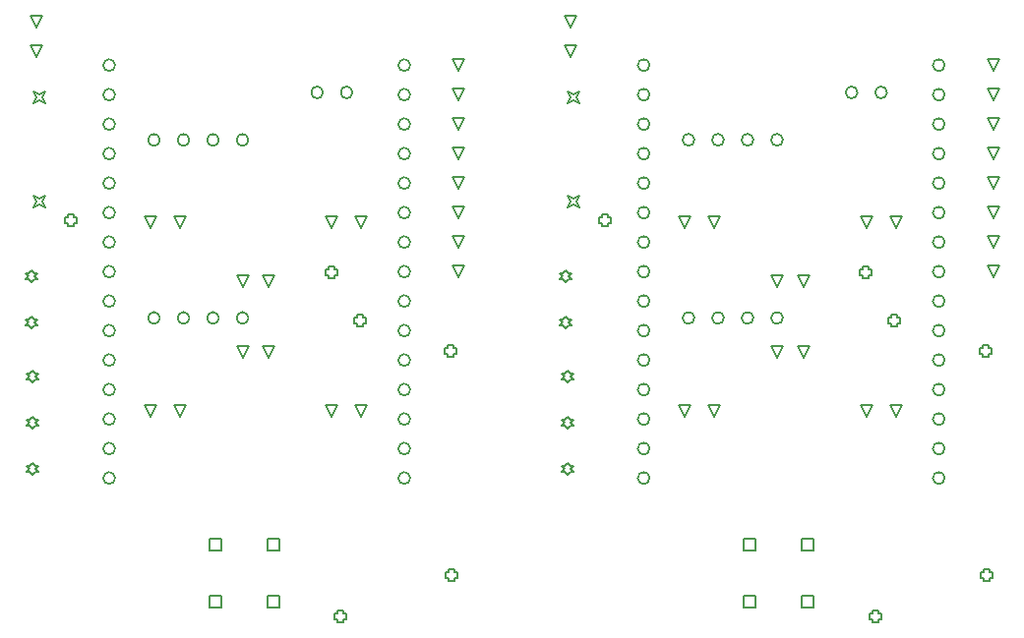
<source format=gbr>
G04*
G04 #@! TF.GenerationSoftware,Altium Limited,Altium Designer,25.4.2 (15)*
G04*
G04 Layer_Color=2752767*
%FSLAX44Y44*%
%MOMM*%
G71*
G04*
G04 #@! TF.SameCoordinates,D781D73C-FE54-440B-B5B4-6B714C508266*
G04*
G04*
G04 #@! TF.FilePolarity,Positive*
G04*
G01*
G75*
%ADD52C,0.1270*%
%ADD53C,0.1693*%
D52*
X1743218Y524146D02*
X1738138Y534306D01*
X1748298D01*
X1743218Y524146D01*
Y585700D02*
X1738138Y595860D01*
X1748298D01*
X1743218Y585700D01*
X1765968D02*
X1760888Y595860D01*
X1771048D01*
X1765968Y585700D01*
Y524146D02*
X1760888Y534306D01*
X1771048D01*
X1765968Y524146D01*
X1764638Y309646D02*
Y319806D01*
X1774798D01*
Y309646D01*
X1764638D01*
X1714638D02*
Y319806D01*
X1724798D01*
Y309646D01*
X1714638D01*
X1764638Y358896D02*
Y369056D01*
X1774798D01*
Y358896D01*
X1764638D01*
X1714638D02*
Y369056D01*
X1724798D01*
Y358896D01*
X1714638D01*
X1929468Y593646D02*
X1924388Y603806D01*
X1934548D01*
X1929468Y593646D01*
Y619046D02*
X1924388Y629206D01*
X1934548D01*
X1929468Y619046D01*
Y644446D02*
X1924388Y654606D01*
X1934548D01*
X1929468Y644446D01*
Y669846D02*
X1924388Y680006D01*
X1934548D01*
X1929468Y669846D01*
Y695246D02*
X1924388Y705406D01*
X1934548D01*
X1929468Y695246D01*
Y720646D02*
X1924388Y730806D01*
X1934548D01*
X1929468Y720646D01*
Y746046D02*
X1924388Y756206D01*
X1934548D01*
X1929468Y746046D01*
Y771446D02*
X1924388Y781606D01*
X1934548D01*
X1929468Y771446D01*
X1663718Y636206D02*
X1658638Y646366D01*
X1668798D01*
X1663718Y636206D01*
X1689118D02*
X1684038Y646366D01*
X1694198D01*
X1689118Y636206D01*
X1845468Y473646D02*
X1840388Y483806D01*
X1850548D01*
X1845468Y473646D01*
X1820068D02*
X1814988Y483806D01*
X1825148D01*
X1820068Y473646D01*
Y636206D02*
X1814988Y646366D01*
X1825148D01*
X1820068Y636206D01*
X1845468D02*
X1840388Y646366D01*
X1850548D01*
X1845468Y636206D01*
X1689118Y473646D02*
X1684038Y483806D01*
X1694198D01*
X1689118Y473646D01*
X1663718D02*
X1658638Y483806D01*
X1668798D01*
X1663718Y473646D01*
X1562718Y502996D02*
X1565258Y505536D01*
X1567798D01*
X1565258Y508076D01*
X1567798Y510616D01*
X1565258D01*
X1562718Y513156D01*
X1560178Y510616D01*
X1557638D01*
X1560178Y508076D01*
X1557638Y505536D01*
X1560178D01*
X1562718Y502996D01*
Y463396D02*
X1565258Y465936D01*
X1567798D01*
X1565258Y468476D01*
X1567798Y471016D01*
X1565258D01*
X1562718Y473556D01*
X1560178Y471016D01*
X1557638D01*
X1560178Y468476D01*
X1557638Y465936D01*
X1560178D01*
X1562718Y463396D01*
Y423796D02*
X1565258Y426336D01*
X1567798D01*
X1565258Y428876D01*
X1567798Y431416D01*
X1565258D01*
X1562718Y433956D01*
X1560178Y431416D01*
X1557638D01*
X1560178Y428876D01*
X1557638Y426336D01*
X1560178D01*
X1562718Y423796D01*
X1561218Y589646D02*
X1563758Y592186D01*
X1566298D01*
X1563758Y594726D01*
X1566298Y597266D01*
X1563758D01*
X1561218Y599806D01*
X1558678Y597266D01*
X1556138D01*
X1558678Y594726D01*
X1556138Y592186D01*
X1558678D01*
X1561218Y589646D01*
Y550046D02*
X1563758Y552586D01*
X1566298D01*
X1563758Y555126D01*
X1566298Y557666D01*
X1563758D01*
X1561218Y560206D01*
X1558678Y557666D01*
X1556138D01*
X1558678Y555126D01*
X1556138Y552586D01*
X1558678D01*
X1561218Y550046D01*
X1565718Y808847D02*
X1560638Y819007D01*
X1570798D01*
X1565718Y808847D01*
Y783446D02*
X1560638Y793606D01*
X1570798D01*
X1565718Y783446D01*
X1563138Y653896D02*
X1565678Y658976D01*
X1563138Y664056D01*
X1568218Y661516D01*
X1573298Y664056D01*
X1570758Y658976D01*
X1573298Y653896D01*
X1568218Y656436D01*
X1563138Y653896D01*
Y743896D02*
X1565678Y748976D01*
X1563138Y754056D01*
X1568218Y751516D01*
X1573298Y754056D01*
X1570758Y748976D01*
X1573298Y743896D01*
X1568218Y746436D01*
X1563138Y743896D01*
X1592678Y640436D02*
Y637896D01*
X1597758D01*
Y640436D01*
X1600298D01*
Y645516D01*
X1597758D01*
Y648056D01*
X1592678D01*
Y645516D01*
X1590138D01*
Y640436D01*
X1592678D01*
X1841928Y554186D02*
Y551646D01*
X1847008D01*
Y554186D01*
X1849548D01*
Y559266D01*
X1847008D01*
Y561806D01*
X1841928D01*
Y559266D01*
X1839388D01*
Y554186D01*
X1841928D01*
X1920928Y334686D02*
Y332146D01*
X1926008D01*
Y334686D01*
X1928548D01*
Y339766D01*
X1926008D01*
Y342306D01*
X1920928D01*
Y339766D01*
X1918388D01*
Y334686D01*
X1920928D01*
X1816928Y595186D02*
Y592646D01*
X1822008D01*
Y595186D01*
X1824548D01*
Y600266D01*
X1822008D01*
Y602806D01*
X1816928D01*
Y600266D01*
X1814388D01*
Y595186D01*
X1816928D01*
X1825178Y299436D02*
Y296896D01*
X1830258D01*
Y299436D01*
X1832798D01*
Y304516D01*
X1830258D01*
Y307056D01*
X1825178D01*
Y304516D01*
X1822638D01*
Y299436D01*
X1825178D01*
X1920054Y527766D02*
Y525226D01*
X1925134D01*
Y527766D01*
X1927674D01*
Y532846D01*
X1925134D01*
Y535386D01*
X1920054D01*
Y532846D01*
X1917514D01*
Y527766D01*
X1920054D01*
X2203278Y524146D02*
X2198198Y534306D01*
X2208358D01*
X2203278Y524146D01*
Y585700D02*
X2198198Y595860D01*
X2208358D01*
X2203278Y585700D01*
X2226028D02*
X2220948Y595860D01*
X2231108D01*
X2226028Y585700D01*
Y524146D02*
X2220948Y534306D01*
X2231108D01*
X2226028Y524146D01*
X2224698Y309646D02*
Y319806D01*
X2234858D01*
Y309646D01*
X2224698D01*
X2174698D02*
Y319806D01*
X2184858D01*
Y309646D01*
X2174698D01*
X2224698Y358896D02*
Y369056D01*
X2234858D01*
Y358896D01*
X2224698D01*
X2174698D02*
Y369056D01*
X2184858D01*
Y358896D01*
X2174698D01*
X2389528Y593646D02*
X2384448Y603806D01*
X2394608D01*
X2389528Y593646D01*
Y619046D02*
X2384448Y629206D01*
X2394608D01*
X2389528Y619046D01*
Y644446D02*
X2384448Y654606D01*
X2394608D01*
X2389528Y644446D01*
Y669846D02*
X2384448Y680006D01*
X2394608D01*
X2389528Y669846D01*
Y695246D02*
X2384448Y705406D01*
X2394608D01*
X2389528Y695246D01*
Y720646D02*
X2384448Y730806D01*
X2394608D01*
X2389528Y720646D01*
Y746046D02*
X2384448Y756206D01*
X2394608D01*
X2389528Y746046D01*
Y771446D02*
X2384448Y781606D01*
X2394608D01*
X2389528Y771446D01*
X2123778Y636206D02*
X2118698Y646366D01*
X2128858D01*
X2123778Y636206D01*
X2149178D02*
X2144098Y646366D01*
X2154258D01*
X2149178Y636206D01*
X2305528Y473646D02*
X2300448Y483806D01*
X2310608D01*
X2305528Y473646D01*
X2280128D02*
X2275048Y483806D01*
X2285208D01*
X2280128Y473646D01*
Y636206D02*
X2275048Y646366D01*
X2285208D01*
X2280128Y636206D01*
X2305528D02*
X2300448Y646366D01*
X2310608D01*
X2305528Y636206D01*
X2149178Y473646D02*
X2144098Y483806D01*
X2154258D01*
X2149178Y473646D01*
X2123778D02*
X2118698Y483806D01*
X2128858D01*
X2123778Y473646D01*
X2022778Y502996D02*
X2025318Y505536D01*
X2027858D01*
X2025318Y508076D01*
X2027858Y510616D01*
X2025318D01*
X2022778Y513156D01*
X2020238Y510616D01*
X2017698D01*
X2020238Y508076D01*
X2017698Y505536D01*
X2020238D01*
X2022778Y502996D01*
Y463396D02*
X2025318Y465936D01*
X2027858D01*
X2025318Y468476D01*
X2027858Y471016D01*
X2025318D01*
X2022778Y473556D01*
X2020238Y471016D01*
X2017698D01*
X2020238Y468476D01*
X2017698Y465936D01*
X2020238D01*
X2022778Y463396D01*
Y423796D02*
X2025318Y426336D01*
X2027858D01*
X2025318Y428876D01*
X2027858Y431416D01*
X2025318D01*
X2022778Y433956D01*
X2020238Y431416D01*
X2017698D01*
X2020238Y428876D01*
X2017698Y426336D01*
X2020238D01*
X2022778Y423796D01*
X2021278Y589646D02*
X2023818Y592186D01*
X2026358D01*
X2023818Y594726D01*
X2026358Y597266D01*
X2023818D01*
X2021278Y599806D01*
X2018738Y597266D01*
X2016198D01*
X2018738Y594726D01*
X2016198Y592186D01*
X2018738D01*
X2021278Y589646D01*
Y550046D02*
X2023818Y552586D01*
X2026358D01*
X2023818Y555126D01*
X2026358Y557666D01*
X2023818D01*
X2021278Y560206D01*
X2018738Y557666D01*
X2016198D01*
X2018738Y555126D01*
X2016198Y552586D01*
X2018738D01*
X2021278Y550046D01*
X2025778Y808847D02*
X2020698Y819007D01*
X2030858D01*
X2025778Y808847D01*
Y783446D02*
X2020698Y793606D01*
X2030858D01*
X2025778Y783446D01*
X2023198Y653896D02*
X2025738Y658976D01*
X2023198Y664056D01*
X2028278Y661516D01*
X2033358Y664056D01*
X2030818Y658976D01*
X2033358Y653896D01*
X2028278Y656436D01*
X2023198Y653896D01*
Y743896D02*
X2025738Y748976D01*
X2023198Y754056D01*
X2028278Y751516D01*
X2033358Y754056D01*
X2030818Y748976D01*
X2033358Y743896D01*
X2028278Y746436D01*
X2023198Y743896D01*
X2052738Y640436D02*
Y637896D01*
X2057818D01*
Y640436D01*
X2060358D01*
Y645516D01*
X2057818D01*
Y648056D01*
X2052738D01*
Y645516D01*
X2050198D01*
Y640436D01*
X2052738D01*
X2301988Y554186D02*
Y551646D01*
X2307068D01*
Y554186D01*
X2309608D01*
Y559266D01*
X2307068D01*
Y561806D01*
X2301988D01*
Y559266D01*
X2299448D01*
Y554186D01*
X2301988D01*
X2380988Y334686D02*
Y332146D01*
X2386068D01*
Y334686D01*
X2388608D01*
Y339766D01*
X2386068D01*
Y342306D01*
X2380988D01*
Y339766D01*
X2378448D01*
Y334686D01*
X2380988D01*
X2276988Y595186D02*
Y592646D01*
X2282068D01*
Y595186D01*
X2284608D01*
Y600266D01*
X2282068D01*
Y602806D01*
X2276988D01*
Y600266D01*
X2274448D01*
Y595186D01*
X2276988D01*
X2285238Y299436D02*
Y296896D01*
X2290318D01*
Y299436D01*
X2292858D01*
Y304516D01*
X2290318D01*
Y307056D01*
X2285238D01*
Y304516D01*
X2282698D01*
Y299436D01*
X2285238D01*
X2380114Y527766D02*
Y525226D01*
X2385194D01*
Y527766D01*
X2387734D01*
Y532846D01*
X2385194D01*
Y535386D01*
X2380114D01*
Y532846D01*
X2377574D01*
Y527766D01*
X2380114D01*
D53*
X1812498Y753026D02*
G03*
X1812498Y753026I-5080J0D01*
G01*
X1837898D02*
G03*
X1837898Y753026I-5080J0D01*
G01*
X1672098Y558826D02*
G03*
X1672098Y558826I-5080J0D01*
G01*
X1697498D02*
G03*
X1697498Y558826I-5080J0D01*
G01*
X1722898D02*
G03*
X1722898Y558826I-5080J0D01*
G01*
X1748298D02*
G03*
X1748298Y558826I-5080J0D01*
G01*
X1672098Y712226D02*
G03*
X1672098Y712226I-5080J0D01*
G01*
X1697498D02*
G03*
X1697498Y712226I-5080J0D01*
G01*
X1722898D02*
G03*
X1722898Y712226I-5080J0D01*
G01*
X1748298D02*
G03*
X1748298Y712226I-5080J0D01*
G01*
X1887548Y776526D02*
G03*
X1887548Y776526I-5080J0D01*
G01*
Y751126D02*
G03*
X1887548Y751126I-5080J0D01*
G01*
Y725726D02*
G03*
X1887548Y725726I-5080J0D01*
G01*
Y700326D02*
G03*
X1887548Y700326I-5080J0D01*
G01*
Y674926D02*
G03*
X1887548Y674926I-5080J0D01*
G01*
Y649526D02*
G03*
X1887548Y649526I-5080J0D01*
G01*
Y624126D02*
G03*
X1887548Y624126I-5080J0D01*
G01*
Y598726D02*
G03*
X1887548Y598726I-5080J0D01*
G01*
Y573326D02*
G03*
X1887548Y573326I-5080J0D01*
G01*
Y547926D02*
G03*
X1887548Y547926I-5080J0D01*
G01*
Y522526D02*
G03*
X1887548Y522526I-5080J0D01*
G01*
Y497126D02*
G03*
X1887548Y497126I-5080J0D01*
G01*
Y471726D02*
G03*
X1887548Y471726I-5080J0D01*
G01*
Y420926D02*
G03*
X1887548Y420926I-5080J0D01*
G01*
Y446326D02*
G03*
X1887548Y446326I-5080J0D01*
G01*
X1633548Y497126D02*
G03*
X1633548Y497126I-5080J0D01*
G01*
Y776526D02*
G03*
X1633548Y776526I-5080J0D01*
G01*
Y751126D02*
G03*
X1633548Y751126I-5080J0D01*
G01*
Y725726D02*
G03*
X1633548Y725726I-5080J0D01*
G01*
Y700326D02*
G03*
X1633548Y700326I-5080J0D01*
G01*
Y674926D02*
G03*
X1633548Y674926I-5080J0D01*
G01*
Y649526D02*
G03*
X1633548Y649526I-5080J0D01*
G01*
Y624126D02*
G03*
X1633548Y624126I-5080J0D01*
G01*
Y598726D02*
G03*
X1633548Y598726I-5080J0D01*
G01*
Y573326D02*
G03*
X1633548Y573326I-5080J0D01*
G01*
Y547926D02*
G03*
X1633548Y547926I-5080J0D01*
G01*
Y522526D02*
G03*
X1633548Y522526I-5080J0D01*
G01*
Y471726D02*
G03*
X1633548Y471726I-5080J0D01*
G01*
Y446326D02*
G03*
X1633548Y446326I-5080J0D01*
G01*
Y420926D02*
G03*
X1633548Y420926I-5080J0D01*
G01*
X2272558Y753026D02*
G03*
X2272558Y753026I-5080J0D01*
G01*
X2297958D02*
G03*
X2297958Y753026I-5080J0D01*
G01*
X2132158Y558826D02*
G03*
X2132158Y558826I-5080J0D01*
G01*
X2157558D02*
G03*
X2157558Y558826I-5080J0D01*
G01*
X2182958D02*
G03*
X2182958Y558826I-5080J0D01*
G01*
X2208358D02*
G03*
X2208358Y558826I-5080J0D01*
G01*
X2132158Y712226D02*
G03*
X2132158Y712226I-5080J0D01*
G01*
X2157558D02*
G03*
X2157558Y712226I-5080J0D01*
G01*
X2182958D02*
G03*
X2182958Y712226I-5080J0D01*
G01*
X2208358D02*
G03*
X2208358Y712226I-5080J0D01*
G01*
X2347608Y776526D02*
G03*
X2347608Y776526I-5080J0D01*
G01*
Y751126D02*
G03*
X2347608Y751126I-5080J0D01*
G01*
Y725726D02*
G03*
X2347608Y725726I-5080J0D01*
G01*
Y700326D02*
G03*
X2347608Y700326I-5080J0D01*
G01*
Y674926D02*
G03*
X2347608Y674926I-5080J0D01*
G01*
Y649526D02*
G03*
X2347608Y649526I-5080J0D01*
G01*
Y624126D02*
G03*
X2347608Y624126I-5080J0D01*
G01*
Y598726D02*
G03*
X2347608Y598726I-5080J0D01*
G01*
Y573326D02*
G03*
X2347608Y573326I-5080J0D01*
G01*
Y547926D02*
G03*
X2347608Y547926I-5080J0D01*
G01*
Y522526D02*
G03*
X2347608Y522526I-5080J0D01*
G01*
Y497126D02*
G03*
X2347608Y497126I-5080J0D01*
G01*
Y471726D02*
G03*
X2347608Y471726I-5080J0D01*
G01*
Y420926D02*
G03*
X2347608Y420926I-5080J0D01*
G01*
Y446326D02*
G03*
X2347608Y446326I-5080J0D01*
G01*
X2093608Y497126D02*
G03*
X2093608Y497126I-5080J0D01*
G01*
Y776526D02*
G03*
X2093608Y776526I-5080J0D01*
G01*
Y751126D02*
G03*
X2093608Y751126I-5080J0D01*
G01*
Y725726D02*
G03*
X2093608Y725726I-5080J0D01*
G01*
Y700326D02*
G03*
X2093608Y700326I-5080J0D01*
G01*
Y674926D02*
G03*
X2093608Y674926I-5080J0D01*
G01*
Y649526D02*
G03*
X2093608Y649526I-5080J0D01*
G01*
Y624126D02*
G03*
X2093608Y624126I-5080J0D01*
G01*
Y598726D02*
G03*
X2093608Y598726I-5080J0D01*
G01*
Y573326D02*
G03*
X2093608Y573326I-5080J0D01*
G01*
Y547926D02*
G03*
X2093608Y547926I-5080J0D01*
G01*
Y522526D02*
G03*
X2093608Y522526I-5080J0D01*
G01*
Y471726D02*
G03*
X2093608Y471726I-5080J0D01*
G01*
Y446326D02*
G03*
X2093608Y446326I-5080J0D01*
G01*
Y420926D02*
G03*
X2093608Y420926I-5080J0D01*
G01*
M02*

</source>
